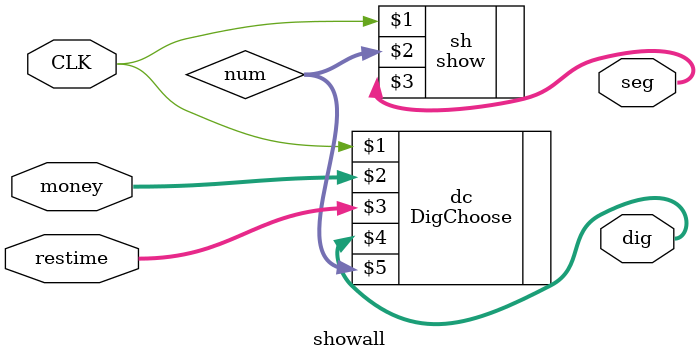
<source format=v>
module showall(CLK,money,restime,dig,seg);
   input CLK;
	input [7:0] money;
	input [7:0] restime;
	output [3:0] dig;
	output [6:0] seg;
	wire [3:0] num;
	
	DigChoose dc(CLK,money,restime,dig,num);
	show sh(CLK,num,seg);
	
endmodule

</source>
